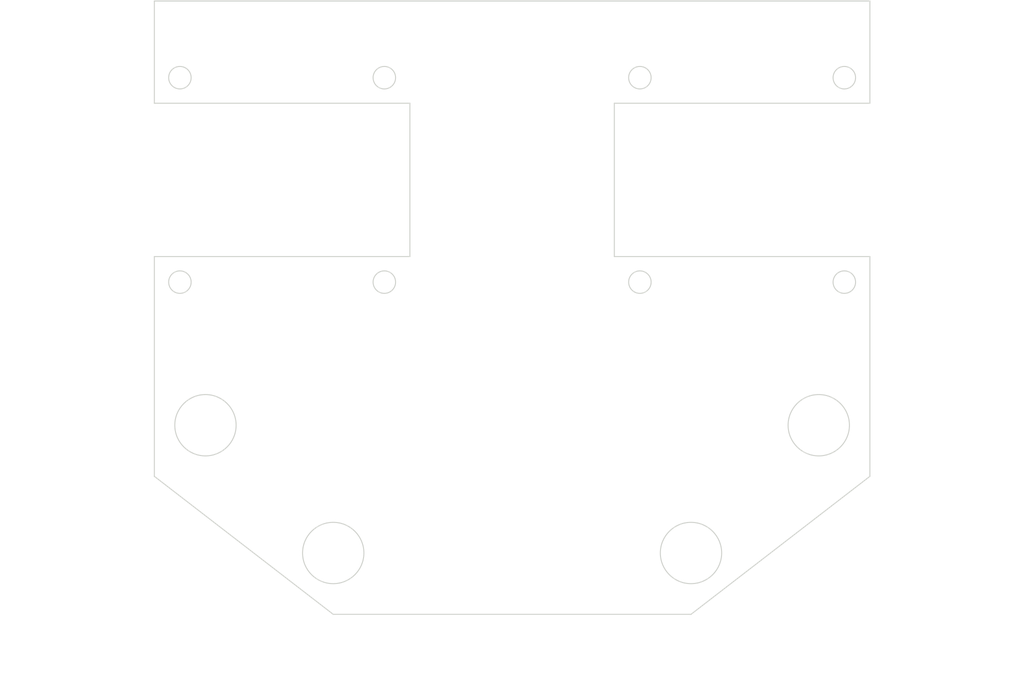
<source format=kicad_pcb>
(kicad_pcb (version 20221018) (generator pcbnew)
  (layers (0 "F.Cu" signal) (1 "In1.Cu" signal) (2 "In2.Cu" signal) (31 "B.Cu" signal) (34 "B.Paste" user) (35 "F.Paste" user) (36 "B.SilkS" user "B.Silkscreen") (37 "F.SilkS" user "F.Silkscreen") (38 "B.Mask" user) (39 "F.Mask" user) (44 "Edge.Cuts" user))
  (net 0 "")
  (net 1 "GND")
  (net 2 "VDD")
  (net 3 "+BATT")
  (net 4 "/RF_Transciever/REG0A")
  (gr_line (start 110 71.5) (end 92.5 85) (stroke (width 0.1)) (layer "Edge.Cuts"))
  (gr_circle (center 87.5 52.5) (end 88.6 52.5) (stroke (width 0.1)) (fill none) (layer "Edge.Cuts"))
  (gr_line (start 85 50) (end 85 35) (stroke (width 0.1)) (layer "Edge.Cuts"))
  (gr_circle (center 42.5 32.5) (end 43.6 32.5) (stroke (width 0.1)) (fill none) (layer "Edge.Cuts"))
  (gr_line (start 110 35) (end 110 25) (stroke (width 0.1)) (layer "Edge.Cuts"))
  (gr_line (start 92.5 85) (end 57.5 85) (stroke (width 0.1)) (layer "Edge.Cuts"))
  (gr_circle (center 87.5 32.5) (end 88.6 32.5) (stroke (width 0.1)) (fill none) (layer "Edge.Cuts"))
  (gr_circle (center 62.5 52.5) (end 63.6 52.5) (stroke (width 0.1)) (fill none) (layer "Edge.Cuts"))
  (gr_circle (center 57.5 79) (end 60.5 79) (stroke (width 0.1)) (fill none) (layer "Edge.Cuts"))
  (gr_line (start 40 50) (end 65 50) (stroke (width 0.1)) (layer "Edge.Cuts"))
  (gr_circle (center 42.5 52.5) (end 43.6 52.5) (stroke (width 0.1)) (fill none) (layer "Edge.Cuts"))
  (gr_circle (center 92.5 79) (end 95.5 79) (stroke (width 0.1)) (fill none) (layer "Edge.Cuts"))
  (gr_line (start 110 71.5) (end 110 50) (stroke (width 0.1)) (layer "Edge.Cuts"))
  (gr_line (start 110 50) (end 85 50) (stroke (width 0.1)) (layer "Edge.Cuts"))
  (gr_line (start 40 71.5) (end 40 50) (stroke (width 0.1)) (layer "Edge.Cuts"))
  (gr_line (start 40 35) (end 40 25) (stroke (width 0.1)) (layer "Edge.Cuts"))
  (gr_line (start 65 35) (end 40 35) (stroke (width 0.1)) (layer "Edge.Cuts"))
  (gr_line (start 85 35) (end 110 35) (stroke (width 0.1)) (layer "Edge.Cuts"))
  (gr_circle (center 107.5 52.5) (end 108.6 52.5) (stroke (width 0.1)) (fill none) (layer "Edge.Cuts"))
  (gr_line (start 65 50) (end 65 35) (stroke (width 0.1)) (layer "Edge.Cuts"))
  (gr_line (start 40 25) (end 110 25) (stroke (width 0.1)) (layer "Edge.Cuts"))
  (gr_circle (center 107.5 32.5) (end 108.6 32.5) (stroke (width 0.1)) (fill none) (layer "Edge.Cuts"))
  (gr_circle (center 45 66.5) (end 48 66.5) (stroke (width 0.1)) (fill none) (layer "Edge.Cuts"))
  (gr_circle (center 62.5 32.5) (end 63.6 32.5) (stroke (width 0.1)) (fill none) (layer "Edge.Cuts"))
  (gr_circle (center 105 66.5) (end 108 66.5) (stroke (width 0.1)) (fill none) (layer "Edge.Cuts"))
  (gr_line (start 57.5 85) (end 40 71.5) (stroke (width 0.1)) (layer "Edge.Cuts"))
)
</source>
